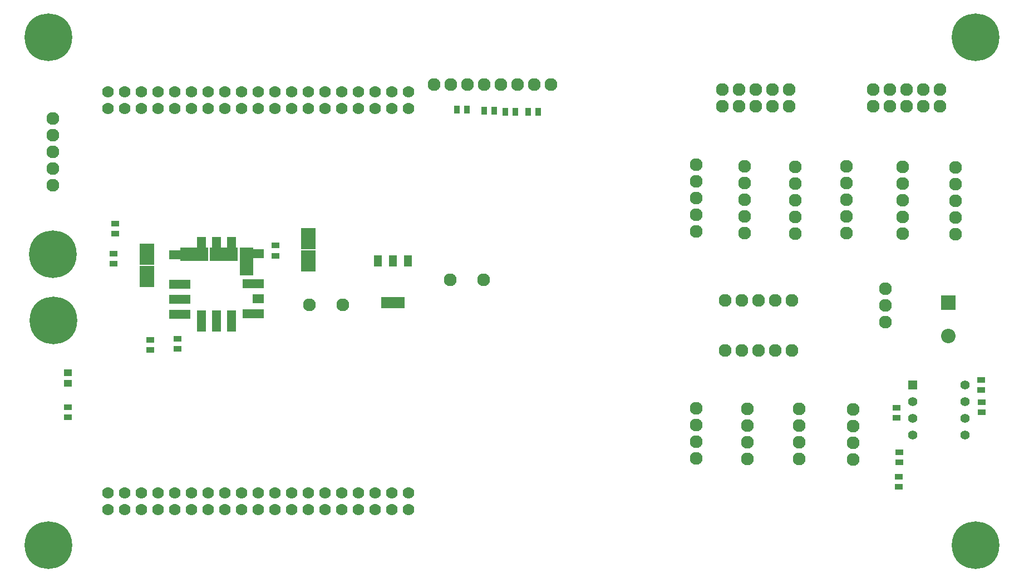
<source format=gts>
G04 EasyPC Gerber Version 21.0.3 Build 4286 *
G04 #@! TF.Part,Single*
G04 #@! TF.FileFunction,Soldermask,Top *
G04 #@! TF.FilePolarity,Negative *
%FSLAX34Y34*%
%MOIN*%
G04 #@! TA.AperFunction,SMDPad*
%ADD88R,0.03559X0.04937*%
%ADD117R,0.04937X0.06906*%
%ADD93R,0.05724X0.12811*%
%ADD95R,0.07969X0.17024*%
%ADD130R,0.08874X0.12811*%
G04 #@! TA.AperFunction,ComponentPad*
%ADD120R,0.05567X0.05567*%
%ADD122R,0.08677X0.08677*%
%ADD121C,0.05567*%
%ADD116C,0.07000*%
%ADD86C,0.07693*%
%ADD123C,0.08677*%
G04 #@! TA.AperFunction,SMDPad*
%ADD87R,0.04937X0.03559*%
%ADD90R,0.04740X0.04346*%
%ADD92R,0.06906X0.05724*%
%ADD91R,0.12811X0.05724*%
%ADD118R,0.13992X0.06906*%
%ADD94R,0.17024X0.07969*%
G04 #@! TA.AperFunction,ComponentPad*
%ADD89C,0.28559*%
X0Y0D02*
D02*
D86*
X5227Y25785D03*
Y26785D03*
Y27785D03*
Y28785D03*
Y29785D03*
X20605Y18628D03*
X22605D03*
X28046Y31844D03*
X29028Y20127D03*
X29046Y31844D03*
X30046D03*
X31028Y20127D03*
X31046Y31844D03*
X32046D03*
X33046D03*
X34046D03*
X35046D03*
X43746Y9423D03*
Y10423D03*
Y11423D03*
Y12423D03*
X43762Y23031D03*
Y24031D03*
Y25031D03*
Y26031D03*
Y27031D03*
X45341Y30522D03*
Y31522D03*
X45491Y15915D03*
Y18915D03*
X46341Y30522D03*
Y31522D03*
X46491Y15915D03*
Y18915D03*
X46664Y22944D03*
Y23944D03*
Y24944D03*
Y25944D03*
Y26944D03*
X46833Y9407D03*
Y10407D03*
Y11407D03*
Y12407D03*
X47341Y30522D03*
Y31522D03*
X47491Y15915D03*
Y18915D03*
X48341Y30522D03*
Y31522D03*
X48491Y15915D03*
Y18915D03*
X49341Y30522D03*
Y31522D03*
X49491Y15915D03*
Y18915D03*
X49691Y22906D03*
Y23906D03*
Y24906D03*
Y25906D03*
Y26906D03*
X49935Y9395D03*
Y10395D03*
Y11395D03*
Y12395D03*
X52750Y22944D03*
Y23944D03*
Y24944D03*
Y25944D03*
Y26944D03*
X53148Y9352D03*
Y10352D03*
Y11352D03*
Y12352D03*
X54361Y30521D03*
Y31521D03*
X55085Y17608D03*
Y18608D03*
Y19608D03*
X55361Y30521D03*
Y31521D03*
X56132Y22906D03*
Y23906D03*
Y24906D03*
Y25906D03*
Y26906D03*
X56361Y30521D03*
Y31521D03*
X57361Y30521D03*
Y31521D03*
X58361Y30521D03*
Y31521D03*
X59302Y22872D03*
Y23872D03*
Y24872D03*
Y25872D03*
Y26872D03*
D02*
D87*
X6116Y11901D03*
Y12512D03*
X8849Y21088D03*
Y21699D03*
X8955Y22903D03*
Y23514D03*
X11050Y15925D03*
Y16535D03*
X12683Y16000D03*
Y16610D03*
X18554Y21579D03*
Y22190D03*
X55755Y11857D03*
Y12467D03*
X55899Y7717D03*
Y8327D03*
X55922Y9201D03*
Y9811D03*
X60817Y13531D03*
Y14141D03*
X60849Y12201D03*
Y12811D03*
D02*
D88*
X29418Y30328D03*
X30028D03*
X31059Y30258D03*
X31670D03*
X32311Y30210D03*
X32922D03*
X33689D03*
X34300D03*
D02*
D89*
X4947Y4226D03*
Y34659D03*
X5211Y21672D03*
X5254Y17693D03*
X60502Y4226D03*
Y34659D03*
D02*
D90*
X6132Y13935D03*
Y14565D03*
D02*
D91*
X12825Y18065D03*
Y21647D03*
X12829Y18954D03*
Y19852D03*
X17227Y18088D03*
X17231Y21683D03*
X17235Y19891D03*
D02*
D92*
X17525Y18990D03*
D02*
D93*
X14124Y22073D03*
X14128Y17667D03*
X15018Y22069D03*
X15030Y17667D03*
X15912Y17663D03*
X15916Y22076D03*
D02*
D94*
X13676Y21671D03*
X15475Y21672D03*
D02*
D95*
X16824Y21219D03*
D02*
D116*
X8517Y6364D03*
Y7364D03*
Y30388D03*
Y31388D03*
X9517Y6364D03*
Y7364D03*
Y30388D03*
Y31388D03*
X10517Y6364D03*
Y7364D03*
Y30388D03*
Y31388D03*
X11517Y6364D03*
Y7364D03*
Y30388D03*
Y31388D03*
X12517Y6364D03*
Y7364D03*
Y30388D03*
Y31388D03*
X13517Y6364D03*
Y7364D03*
Y30388D03*
Y31388D03*
X14517Y6364D03*
Y7364D03*
Y30388D03*
Y31388D03*
X15517Y6364D03*
Y7364D03*
Y30388D03*
Y31388D03*
X16517Y6364D03*
Y7364D03*
Y30388D03*
Y31388D03*
X17517Y6364D03*
Y7364D03*
Y30388D03*
Y31388D03*
X18517Y6364D03*
Y7364D03*
Y30388D03*
Y31388D03*
X19517Y6364D03*
Y7364D03*
Y30388D03*
Y31388D03*
X20517Y6364D03*
Y7364D03*
Y30388D03*
Y31388D03*
X21517Y6364D03*
Y7364D03*
Y30388D03*
Y31388D03*
X22517Y6364D03*
Y7364D03*
Y30388D03*
Y31388D03*
X23517Y6364D03*
Y7364D03*
Y30388D03*
Y31388D03*
X24517Y6364D03*
Y7364D03*
Y30388D03*
Y31388D03*
X25517Y6364D03*
Y7364D03*
Y30388D03*
Y31388D03*
X26517Y6364D03*
Y7364D03*
Y30388D03*
Y31388D03*
D02*
D117*
X24688Y21253D03*
X25594D03*
X26499D03*
D02*
D118*
X25594Y18772D03*
D02*
D120*
X56727Y13836D03*
D02*
D121*
Y10836D03*
Y11836D03*
Y12836D03*
X59853Y10836D03*
Y11836D03*
Y12836D03*
Y13836D03*
D02*
D122*
X58861Y18772D03*
D02*
D123*
Y16772D03*
D02*
D130*
X10868Y20340D03*
Y21679D03*
X20534Y21258D03*
Y22596D03*
X0Y0D02*
M02*

</source>
